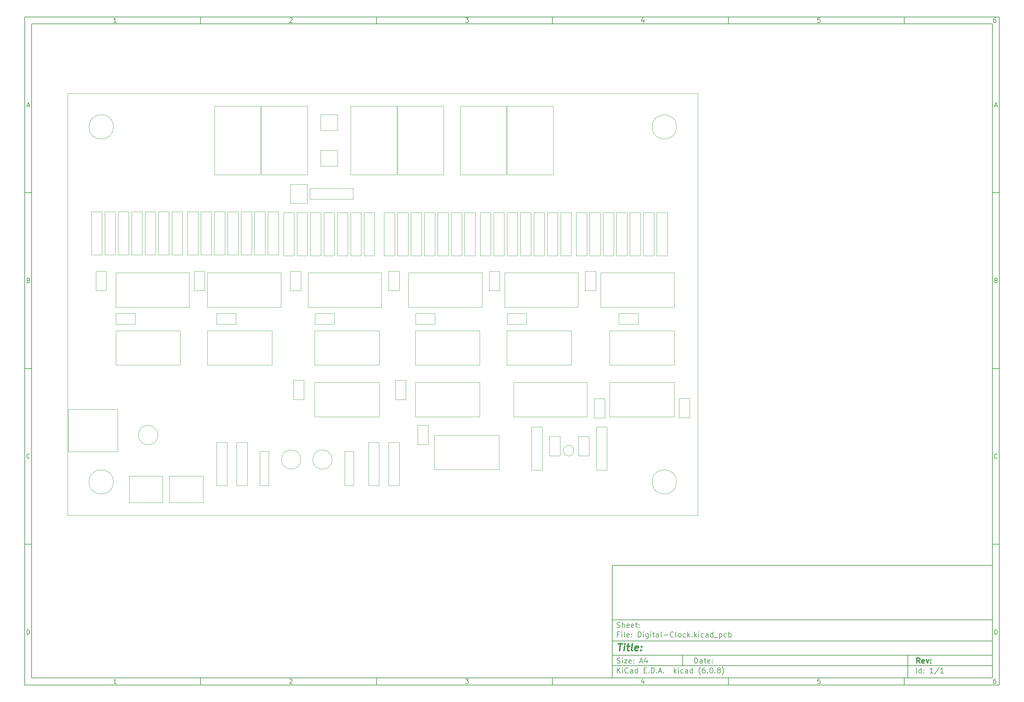
<source format=gbr>
G04 #@! TF.GenerationSoftware,KiCad,Pcbnew,(6.0.8)*
G04 #@! TF.CreationDate,2022-10-20T20:27:48+05:30*
G04 #@! TF.ProjectId,Digital-Clock,44696769-7461-46c2-9d43-6c6f636b2e6b,rev?*
G04 #@! TF.SameCoordinates,Original*
G04 #@! TF.FileFunction,Other,User*
%FSLAX46Y46*%
G04 Gerber Fmt 4.6, Leading zero omitted, Abs format (unit mm)*
G04 Created by KiCad (PCBNEW (6.0.8)) date 2022-10-20 20:27:48*
%MOMM*%
%LPD*%
G01*
G04 APERTURE LIST*
%ADD10C,0.100000*%
%ADD11C,0.150000*%
%ADD12C,0.300000*%
%ADD13C,0.400000*%
G04 #@! TA.AperFunction,Profile*
%ADD14C,0.050000*%
G04 #@! TD*
%ADD15C,0.050000*%
G04 APERTURE END LIST*
D10*
D11*
X177002200Y-166007200D02*
X177002200Y-198007200D01*
X285002200Y-198007200D01*
X285002200Y-166007200D01*
X177002200Y-166007200D01*
D10*
D11*
X10000000Y-10000000D02*
X10000000Y-200007200D01*
X287002200Y-200007200D01*
X287002200Y-10000000D01*
X10000000Y-10000000D01*
D10*
D11*
X12000000Y-12000000D02*
X12000000Y-198007200D01*
X285002200Y-198007200D01*
X285002200Y-12000000D01*
X12000000Y-12000000D01*
D10*
D11*
X60000000Y-12000000D02*
X60000000Y-10000000D01*
D10*
D11*
X110000000Y-12000000D02*
X110000000Y-10000000D01*
D10*
D11*
X160000000Y-12000000D02*
X160000000Y-10000000D01*
D10*
D11*
X210000000Y-12000000D02*
X210000000Y-10000000D01*
D10*
D11*
X260000000Y-12000000D02*
X260000000Y-10000000D01*
D10*
D11*
X36065476Y-11588095D02*
X35322619Y-11588095D01*
X35694047Y-11588095D02*
X35694047Y-10288095D01*
X35570238Y-10473809D01*
X35446428Y-10597619D01*
X35322619Y-10659523D01*
D10*
D11*
X85322619Y-10411904D02*
X85384523Y-10350000D01*
X85508333Y-10288095D01*
X85817857Y-10288095D01*
X85941666Y-10350000D01*
X86003571Y-10411904D01*
X86065476Y-10535714D01*
X86065476Y-10659523D01*
X86003571Y-10845238D01*
X85260714Y-11588095D01*
X86065476Y-11588095D01*
D10*
D11*
X135260714Y-10288095D02*
X136065476Y-10288095D01*
X135632142Y-10783333D01*
X135817857Y-10783333D01*
X135941666Y-10845238D01*
X136003571Y-10907142D01*
X136065476Y-11030952D01*
X136065476Y-11340476D01*
X136003571Y-11464285D01*
X135941666Y-11526190D01*
X135817857Y-11588095D01*
X135446428Y-11588095D01*
X135322619Y-11526190D01*
X135260714Y-11464285D01*
D10*
D11*
X185941666Y-10721428D02*
X185941666Y-11588095D01*
X185632142Y-10226190D02*
X185322619Y-11154761D01*
X186127380Y-11154761D01*
D10*
D11*
X236003571Y-10288095D02*
X235384523Y-10288095D01*
X235322619Y-10907142D01*
X235384523Y-10845238D01*
X235508333Y-10783333D01*
X235817857Y-10783333D01*
X235941666Y-10845238D01*
X236003571Y-10907142D01*
X236065476Y-11030952D01*
X236065476Y-11340476D01*
X236003571Y-11464285D01*
X235941666Y-11526190D01*
X235817857Y-11588095D01*
X235508333Y-11588095D01*
X235384523Y-11526190D01*
X235322619Y-11464285D01*
D10*
D11*
X285941666Y-10288095D02*
X285694047Y-10288095D01*
X285570238Y-10350000D01*
X285508333Y-10411904D01*
X285384523Y-10597619D01*
X285322619Y-10845238D01*
X285322619Y-11340476D01*
X285384523Y-11464285D01*
X285446428Y-11526190D01*
X285570238Y-11588095D01*
X285817857Y-11588095D01*
X285941666Y-11526190D01*
X286003571Y-11464285D01*
X286065476Y-11340476D01*
X286065476Y-11030952D01*
X286003571Y-10907142D01*
X285941666Y-10845238D01*
X285817857Y-10783333D01*
X285570238Y-10783333D01*
X285446428Y-10845238D01*
X285384523Y-10907142D01*
X285322619Y-11030952D01*
D10*
D11*
X60000000Y-198007200D02*
X60000000Y-200007200D01*
D10*
D11*
X110000000Y-198007200D02*
X110000000Y-200007200D01*
D10*
D11*
X160000000Y-198007200D02*
X160000000Y-200007200D01*
D10*
D11*
X210000000Y-198007200D02*
X210000000Y-200007200D01*
D10*
D11*
X260000000Y-198007200D02*
X260000000Y-200007200D01*
D10*
D11*
X36065476Y-199595295D02*
X35322619Y-199595295D01*
X35694047Y-199595295D02*
X35694047Y-198295295D01*
X35570238Y-198481009D01*
X35446428Y-198604819D01*
X35322619Y-198666723D01*
D10*
D11*
X85322619Y-198419104D02*
X85384523Y-198357200D01*
X85508333Y-198295295D01*
X85817857Y-198295295D01*
X85941666Y-198357200D01*
X86003571Y-198419104D01*
X86065476Y-198542914D01*
X86065476Y-198666723D01*
X86003571Y-198852438D01*
X85260714Y-199595295D01*
X86065476Y-199595295D01*
D10*
D11*
X135260714Y-198295295D02*
X136065476Y-198295295D01*
X135632142Y-198790533D01*
X135817857Y-198790533D01*
X135941666Y-198852438D01*
X136003571Y-198914342D01*
X136065476Y-199038152D01*
X136065476Y-199347676D01*
X136003571Y-199471485D01*
X135941666Y-199533390D01*
X135817857Y-199595295D01*
X135446428Y-199595295D01*
X135322619Y-199533390D01*
X135260714Y-199471485D01*
D10*
D11*
X185941666Y-198728628D02*
X185941666Y-199595295D01*
X185632142Y-198233390D02*
X185322619Y-199161961D01*
X186127380Y-199161961D01*
D10*
D11*
X236003571Y-198295295D02*
X235384523Y-198295295D01*
X235322619Y-198914342D01*
X235384523Y-198852438D01*
X235508333Y-198790533D01*
X235817857Y-198790533D01*
X235941666Y-198852438D01*
X236003571Y-198914342D01*
X236065476Y-199038152D01*
X236065476Y-199347676D01*
X236003571Y-199471485D01*
X235941666Y-199533390D01*
X235817857Y-199595295D01*
X235508333Y-199595295D01*
X235384523Y-199533390D01*
X235322619Y-199471485D01*
D10*
D11*
X285941666Y-198295295D02*
X285694047Y-198295295D01*
X285570238Y-198357200D01*
X285508333Y-198419104D01*
X285384523Y-198604819D01*
X285322619Y-198852438D01*
X285322619Y-199347676D01*
X285384523Y-199471485D01*
X285446428Y-199533390D01*
X285570238Y-199595295D01*
X285817857Y-199595295D01*
X285941666Y-199533390D01*
X286003571Y-199471485D01*
X286065476Y-199347676D01*
X286065476Y-199038152D01*
X286003571Y-198914342D01*
X285941666Y-198852438D01*
X285817857Y-198790533D01*
X285570238Y-198790533D01*
X285446428Y-198852438D01*
X285384523Y-198914342D01*
X285322619Y-199038152D01*
D10*
D11*
X10000000Y-60000000D02*
X12000000Y-60000000D01*
D10*
D11*
X10000000Y-110000000D02*
X12000000Y-110000000D01*
D10*
D11*
X10000000Y-160000000D02*
X12000000Y-160000000D01*
D10*
D11*
X10690476Y-35216666D02*
X11309523Y-35216666D01*
X10566666Y-35588095D02*
X11000000Y-34288095D01*
X11433333Y-35588095D01*
D10*
D11*
X11092857Y-84907142D02*
X11278571Y-84969047D01*
X11340476Y-85030952D01*
X11402380Y-85154761D01*
X11402380Y-85340476D01*
X11340476Y-85464285D01*
X11278571Y-85526190D01*
X11154761Y-85588095D01*
X10659523Y-85588095D01*
X10659523Y-84288095D01*
X11092857Y-84288095D01*
X11216666Y-84350000D01*
X11278571Y-84411904D01*
X11340476Y-84535714D01*
X11340476Y-84659523D01*
X11278571Y-84783333D01*
X11216666Y-84845238D01*
X11092857Y-84907142D01*
X10659523Y-84907142D01*
D10*
D11*
X11402380Y-135464285D02*
X11340476Y-135526190D01*
X11154761Y-135588095D01*
X11030952Y-135588095D01*
X10845238Y-135526190D01*
X10721428Y-135402380D01*
X10659523Y-135278571D01*
X10597619Y-135030952D01*
X10597619Y-134845238D01*
X10659523Y-134597619D01*
X10721428Y-134473809D01*
X10845238Y-134350000D01*
X11030952Y-134288095D01*
X11154761Y-134288095D01*
X11340476Y-134350000D01*
X11402380Y-134411904D01*
D10*
D11*
X10659523Y-185588095D02*
X10659523Y-184288095D01*
X10969047Y-184288095D01*
X11154761Y-184350000D01*
X11278571Y-184473809D01*
X11340476Y-184597619D01*
X11402380Y-184845238D01*
X11402380Y-185030952D01*
X11340476Y-185278571D01*
X11278571Y-185402380D01*
X11154761Y-185526190D01*
X10969047Y-185588095D01*
X10659523Y-185588095D01*
D10*
D11*
X287002200Y-60000000D02*
X285002200Y-60000000D01*
D10*
D11*
X287002200Y-110000000D02*
X285002200Y-110000000D01*
D10*
D11*
X287002200Y-160000000D02*
X285002200Y-160000000D01*
D10*
D11*
X285692676Y-35216666D02*
X286311723Y-35216666D01*
X285568866Y-35588095D02*
X286002200Y-34288095D01*
X286435533Y-35588095D01*
D10*
D11*
X286095057Y-84907142D02*
X286280771Y-84969047D01*
X286342676Y-85030952D01*
X286404580Y-85154761D01*
X286404580Y-85340476D01*
X286342676Y-85464285D01*
X286280771Y-85526190D01*
X286156961Y-85588095D01*
X285661723Y-85588095D01*
X285661723Y-84288095D01*
X286095057Y-84288095D01*
X286218866Y-84350000D01*
X286280771Y-84411904D01*
X286342676Y-84535714D01*
X286342676Y-84659523D01*
X286280771Y-84783333D01*
X286218866Y-84845238D01*
X286095057Y-84907142D01*
X285661723Y-84907142D01*
D10*
D11*
X286404580Y-135464285D02*
X286342676Y-135526190D01*
X286156961Y-135588095D01*
X286033152Y-135588095D01*
X285847438Y-135526190D01*
X285723628Y-135402380D01*
X285661723Y-135278571D01*
X285599819Y-135030952D01*
X285599819Y-134845238D01*
X285661723Y-134597619D01*
X285723628Y-134473809D01*
X285847438Y-134350000D01*
X286033152Y-134288095D01*
X286156961Y-134288095D01*
X286342676Y-134350000D01*
X286404580Y-134411904D01*
D10*
D11*
X285661723Y-185588095D02*
X285661723Y-184288095D01*
X285971247Y-184288095D01*
X286156961Y-184350000D01*
X286280771Y-184473809D01*
X286342676Y-184597619D01*
X286404580Y-184845238D01*
X286404580Y-185030952D01*
X286342676Y-185278571D01*
X286280771Y-185402380D01*
X286156961Y-185526190D01*
X285971247Y-185588095D01*
X285661723Y-185588095D01*
D10*
D11*
X200434342Y-193785771D02*
X200434342Y-192285771D01*
X200791485Y-192285771D01*
X201005771Y-192357200D01*
X201148628Y-192500057D01*
X201220057Y-192642914D01*
X201291485Y-192928628D01*
X201291485Y-193142914D01*
X201220057Y-193428628D01*
X201148628Y-193571485D01*
X201005771Y-193714342D01*
X200791485Y-193785771D01*
X200434342Y-193785771D01*
X202577200Y-193785771D02*
X202577200Y-193000057D01*
X202505771Y-192857200D01*
X202362914Y-192785771D01*
X202077200Y-192785771D01*
X201934342Y-192857200D01*
X202577200Y-193714342D02*
X202434342Y-193785771D01*
X202077200Y-193785771D01*
X201934342Y-193714342D01*
X201862914Y-193571485D01*
X201862914Y-193428628D01*
X201934342Y-193285771D01*
X202077200Y-193214342D01*
X202434342Y-193214342D01*
X202577200Y-193142914D01*
X203077200Y-192785771D02*
X203648628Y-192785771D01*
X203291485Y-192285771D02*
X203291485Y-193571485D01*
X203362914Y-193714342D01*
X203505771Y-193785771D01*
X203648628Y-193785771D01*
X204720057Y-193714342D02*
X204577200Y-193785771D01*
X204291485Y-193785771D01*
X204148628Y-193714342D01*
X204077200Y-193571485D01*
X204077200Y-193000057D01*
X204148628Y-192857200D01*
X204291485Y-192785771D01*
X204577200Y-192785771D01*
X204720057Y-192857200D01*
X204791485Y-193000057D01*
X204791485Y-193142914D01*
X204077200Y-193285771D01*
X205434342Y-193642914D02*
X205505771Y-193714342D01*
X205434342Y-193785771D01*
X205362914Y-193714342D01*
X205434342Y-193642914D01*
X205434342Y-193785771D01*
X205434342Y-192857200D02*
X205505771Y-192928628D01*
X205434342Y-193000057D01*
X205362914Y-192928628D01*
X205434342Y-192857200D01*
X205434342Y-193000057D01*
D10*
D11*
X177002200Y-194507200D02*
X285002200Y-194507200D01*
D10*
D11*
X178434342Y-196585771D02*
X178434342Y-195085771D01*
X179291485Y-196585771D02*
X178648628Y-195728628D01*
X179291485Y-195085771D02*
X178434342Y-195942914D01*
X179934342Y-196585771D02*
X179934342Y-195585771D01*
X179934342Y-195085771D02*
X179862914Y-195157200D01*
X179934342Y-195228628D01*
X180005771Y-195157200D01*
X179934342Y-195085771D01*
X179934342Y-195228628D01*
X181505771Y-196442914D02*
X181434342Y-196514342D01*
X181220057Y-196585771D01*
X181077200Y-196585771D01*
X180862914Y-196514342D01*
X180720057Y-196371485D01*
X180648628Y-196228628D01*
X180577200Y-195942914D01*
X180577200Y-195728628D01*
X180648628Y-195442914D01*
X180720057Y-195300057D01*
X180862914Y-195157200D01*
X181077200Y-195085771D01*
X181220057Y-195085771D01*
X181434342Y-195157200D01*
X181505771Y-195228628D01*
X182791485Y-196585771D02*
X182791485Y-195800057D01*
X182720057Y-195657200D01*
X182577200Y-195585771D01*
X182291485Y-195585771D01*
X182148628Y-195657200D01*
X182791485Y-196514342D02*
X182648628Y-196585771D01*
X182291485Y-196585771D01*
X182148628Y-196514342D01*
X182077200Y-196371485D01*
X182077200Y-196228628D01*
X182148628Y-196085771D01*
X182291485Y-196014342D01*
X182648628Y-196014342D01*
X182791485Y-195942914D01*
X184148628Y-196585771D02*
X184148628Y-195085771D01*
X184148628Y-196514342D02*
X184005771Y-196585771D01*
X183720057Y-196585771D01*
X183577200Y-196514342D01*
X183505771Y-196442914D01*
X183434342Y-196300057D01*
X183434342Y-195871485D01*
X183505771Y-195728628D01*
X183577200Y-195657200D01*
X183720057Y-195585771D01*
X184005771Y-195585771D01*
X184148628Y-195657200D01*
X186005771Y-195800057D02*
X186505771Y-195800057D01*
X186720057Y-196585771D02*
X186005771Y-196585771D01*
X186005771Y-195085771D01*
X186720057Y-195085771D01*
X187362914Y-196442914D02*
X187434342Y-196514342D01*
X187362914Y-196585771D01*
X187291485Y-196514342D01*
X187362914Y-196442914D01*
X187362914Y-196585771D01*
X188077200Y-196585771D02*
X188077200Y-195085771D01*
X188434342Y-195085771D01*
X188648628Y-195157200D01*
X188791485Y-195300057D01*
X188862914Y-195442914D01*
X188934342Y-195728628D01*
X188934342Y-195942914D01*
X188862914Y-196228628D01*
X188791485Y-196371485D01*
X188648628Y-196514342D01*
X188434342Y-196585771D01*
X188077200Y-196585771D01*
X189577200Y-196442914D02*
X189648628Y-196514342D01*
X189577200Y-196585771D01*
X189505771Y-196514342D01*
X189577200Y-196442914D01*
X189577200Y-196585771D01*
X190220057Y-196157200D02*
X190934342Y-196157200D01*
X190077200Y-196585771D02*
X190577200Y-195085771D01*
X191077200Y-196585771D01*
X191577200Y-196442914D02*
X191648628Y-196514342D01*
X191577200Y-196585771D01*
X191505771Y-196514342D01*
X191577200Y-196442914D01*
X191577200Y-196585771D01*
X194577200Y-196585771D02*
X194577200Y-195085771D01*
X194720057Y-196014342D02*
X195148628Y-196585771D01*
X195148628Y-195585771D02*
X194577200Y-196157200D01*
X195791485Y-196585771D02*
X195791485Y-195585771D01*
X195791485Y-195085771D02*
X195720057Y-195157200D01*
X195791485Y-195228628D01*
X195862914Y-195157200D01*
X195791485Y-195085771D01*
X195791485Y-195228628D01*
X197148628Y-196514342D02*
X197005771Y-196585771D01*
X196720057Y-196585771D01*
X196577200Y-196514342D01*
X196505771Y-196442914D01*
X196434342Y-196300057D01*
X196434342Y-195871485D01*
X196505771Y-195728628D01*
X196577200Y-195657200D01*
X196720057Y-195585771D01*
X197005771Y-195585771D01*
X197148628Y-195657200D01*
X198434342Y-196585771D02*
X198434342Y-195800057D01*
X198362914Y-195657200D01*
X198220057Y-195585771D01*
X197934342Y-195585771D01*
X197791485Y-195657200D01*
X198434342Y-196514342D02*
X198291485Y-196585771D01*
X197934342Y-196585771D01*
X197791485Y-196514342D01*
X197720057Y-196371485D01*
X197720057Y-196228628D01*
X197791485Y-196085771D01*
X197934342Y-196014342D01*
X198291485Y-196014342D01*
X198434342Y-195942914D01*
X199791485Y-196585771D02*
X199791485Y-195085771D01*
X199791485Y-196514342D02*
X199648628Y-196585771D01*
X199362914Y-196585771D01*
X199220057Y-196514342D01*
X199148628Y-196442914D01*
X199077200Y-196300057D01*
X199077200Y-195871485D01*
X199148628Y-195728628D01*
X199220057Y-195657200D01*
X199362914Y-195585771D01*
X199648628Y-195585771D01*
X199791485Y-195657200D01*
X202077200Y-197157200D02*
X202005771Y-197085771D01*
X201862914Y-196871485D01*
X201791485Y-196728628D01*
X201720057Y-196514342D01*
X201648628Y-196157200D01*
X201648628Y-195871485D01*
X201720057Y-195514342D01*
X201791485Y-195300057D01*
X201862914Y-195157200D01*
X202005771Y-194942914D01*
X202077200Y-194871485D01*
X203291485Y-195085771D02*
X203005771Y-195085771D01*
X202862914Y-195157200D01*
X202791485Y-195228628D01*
X202648628Y-195442914D01*
X202577200Y-195728628D01*
X202577200Y-196300057D01*
X202648628Y-196442914D01*
X202720057Y-196514342D01*
X202862914Y-196585771D01*
X203148628Y-196585771D01*
X203291485Y-196514342D01*
X203362914Y-196442914D01*
X203434342Y-196300057D01*
X203434342Y-195942914D01*
X203362914Y-195800057D01*
X203291485Y-195728628D01*
X203148628Y-195657200D01*
X202862914Y-195657200D01*
X202720057Y-195728628D01*
X202648628Y-195800057D01*
X202577200Y-195942914D01*
X204077200Y-196442914D02*
X204148628Y-196514342D01*
X204077200Y-196585771D01*
X204005771Y-196514342D01*
X204077200Y-196442914D01*
X204077200Y-196585771D01*
X205077200Y-195085771D02*
X205220057Y-195085771D01*
X205362914Y-195157200D01*
X205434342Y-195228628D01*
X205505771Y-195371485D01*
X205577200Y-195657200D01*
X205577200Y-196014342D01*
X205505771Y-196300057D01*
X205434342Y-196442914D01*
X205362914Y-196514342D01*
X205220057Y-196585771D01*
X205077200Y-196585771D01*
X204934342Y-196514342D01*
X204862914Y-196442914D01*
X204791485Y-196300057D01*
X204720057Y-196014342D01*
X204720057Y-195657200D01*
X204791485Y-195371485D01*
X204862914Y-195228628D01*
X204934342Y-195157200D01*
X205077200Y-195085771D01*
X206220057Y-196442914D02*
X206291485Y-196514342D01*
X206220057Y-196585771D01*
X206148628Y-196514342D01*
X206220057Y-196442914D01*
X206220057Y-196585771D01*
X207148628Y-195728628D02*
X207005771Y-195657200D01*
X206934342Y-195585771D01*
X206862914Y-195442914D01*
X206862914Y-195371485D01*
X206934342Y-195228628D01*
X207005771Y-195157200D01*
X207148628Y-195085771D01*
X207434342Y-195085771D01*
X207577200Y-195157200D01*
X207648628Y-195228628D01*
X207720057Y-195371485D01*
X207720057Y-195442914D01*
X207648628Y-195585771D01*
X207577200Y-195657200D01*
X207434342Y-195728628D01*
X207148628Y-195728628D01*
X207005771Y-195800057D01*
X206934342Y-195871485D01*
X206862914Y-196014342D01*
X206862914Y-196300057D01*
X206934342Y-196442914D01*
X207005771Y-196514342D01*
X207148628Y-196585771D01*
X207434342Y-196585771D01*
X207577200Y-196514342D01*
X207648628Y-196442914D01*
X207720057Y-196300057D01*
X207720057Y-196014342D01*
X207648628Y-195871485D01*
X207577200Y-195800057D01*
X207434342Y-195728628D01*
X208220057Y-197157200D02*
X208291485Y-197085771D01*
X208434342Y-196871485D01*
X208505771Y-196728628D01*
X208577200Y-196514342D01*
X208648628Y-196157200D01*
X208648628Y-195871485D01*
X208577200Y-195514342D01*
X208505771Y-195300057D01*
X208434342Y-195157200D01*
X208291485Y-194942914D01*
X208220057Y-194871485D01*
D10*
D11*
X177002200Y-191507200D02*
X285002200Y-191507200D01*
D10*
D12*
X264411485Y-193785771D02*
X263911485Y-193071485D01*
X263554342Y-193785771D02*
X263554342Y-192285771D01*
X264125771Y-192285771D01*
X264268628Y-192357200D01*
X264340057Y-192428628D01*
X264411485Y-192571485D01*
X264411485Y-192785771D01*
X264340057Y-192928628D01*
X264268628Y-193000057D01*
X264125771Y-193071485D01*
X263554342Y-193071485D01*
X265625771Y-193714342D02*
X265482914Y-193785771D01*
X265197200Y-193785771D01*
X265054342Y-193714342D01*
X264982914Y-193571485D01*
X264982914Y-193000057D01*
X265054342Y-192857200D01*
X265197200Y-192785771D01*
X265482914Y-192785771D01*
X265625771Y-192857200D01*
X265697200Y-193000057D01*
X265697200Y-193142914D01*
X264982914Y-193285771D01*
X266197200Y-192785771D02*
X266554342Y-193785771D01*
X266911485Y-192785771D01*
X267482914Y-193642914D02*
X267554342Y-193714342D01*
X267482914Y-193785771D01*
X267411485Y-193714342D01*
X267482914Y-193642914D01*
X267482914Y-193785771D01*
X267482914Y-192857200D02*
X267554342Y-192928628D01*
X267482914Y-193000057D01*
X267411485Y-192928628D01*
X267482914Y-192857200D01*
X267482914Y-193000057D01*
D10*
D11*
X178362914Y-193714342D02*
X178577200Y-193785771D01*
X178934342Y-193785771D01*
X179077200Y-193714342D01*
X179148628Y-193642914D01*
X179220057Y-193500057D01*
X179220057Y-193357200D01*
X179148628Y-193214342D01*
X179077200Y-193142914D01*
X178934342Y-193071485D01*
X178648628Y-193000057D01*
X178505771Y-192928628D01*
X178434342Y-192857200D01*
X178362914Y-192714342D01*
X178362914Y-192571485D01*
X178434342Y-192428628D01*
X178505771Y-192357200D01*
X178648628Y-192285771D01*
X179005771Y-192285771D01*
X179220057Y-192357200D01*
X179862914Y-193785771D02*
X179862914Y-192785771D01*
X179862914Y-192285771D02*
X179791485Y-192357200D01*
X179862914Y-192428628D01*
X179934342Y-192357200D01*
X179862914Y-192285771D01*
X179862914Y-192428628D01*
X180434342Y-192785771D02*
X181220057Y-192785771D01*
X180434342Y-193785771D01*
X181220057Y-193785771D01*
X182362914Y-193714342D02*
X182220057Y-193785771D01*
X181934342Y-193785771D01*
X181791485Y-193714342D01*
X181720057Y-193571485D01*
X181720057Y-193000057D01*
X181791485Y-192857200D01*
X181934342Y-192785771D01*
X182220057Y-192785771D01*
X182362914Y-192857200D01*
X182434342Y-193000057D01*
X182434342Y-193142914D01*
X181720057Y-193285771D01*
X183077200Y-193642914D02*
X183148628Y-193714342D01*
X183077200Y-193785771D01*
X183005771Y-193714342D01*
X183077200Y-193642914D01*
X183077200Y-193785771D01*
X183077200Y-192857200D02*
X183148628Y-192928628D01*
X183077200Y-193000057D01*
X183005771Y-192928628D01*
X183077200Y-192857200D01*
X183077200Y-193000057D01*
X184862914Y-193357200D02*
X185577200Y-193357200D01*
X184720057Y-193785771D02*
X185220057Y-192285771D01*
X185720057Y-193785771D01*
X186862914Y-192785771D02*
X186862914Y-193785771D01*
X186505771Y-192214342D02*
X186148628Y-193285771D01*
X187077200Y-193285771D01*
D10*
D11*
X263434342Y-196585771D02*
X263434342Y-195085771D01*
X264791485Y-196585771D02*
X264791485Y-195085771D01*
X264791485Y-196514342D02*
X264648628Y-196585771D01*
X264362914Y-196585771D01*
X264220057Y-196514342D01*
X264148628Y-196442914D01*
X264077200Y-196300057D01*
X264077200Y-195871485D01*
X264148628Y-195728628D01*
X264220057Y-195657200D01*
X264362914Y-195585771D01*
X264648628Y-195585771D01*
X264791485Y-195657200D01*
X265505771Y-196442914D02*
X265577200Y-196514342D01*
X265505771Y-196585771D01*
X265434342Y-196514342D01*
X265505771Y-196442914D01*
X265505771Y-196585771D01*
X265505771Y-195657200D02*
X265577200Y-195728628D01*
X265505771Y-195800057D01*
X265434342Y-195728628D01*
X265505771Y-195657200D01*
X265505771Y-195800057D01*
X268148628Y-196585771D02*
X267291485Y-196585771D01*
X267720057Y-196585771D02*
X267720057Y-195085771D01*
X267577200Y-195300057D01*
X267434342Y-195442914D01*
X267291485Y-195514342D01*
X269862914Y-195014342D02*
X268577200Y-196942914D01*
X271148628Y-196585771D02*
X270291485Y-196585771D01*
X270720057Y-196585771D02*
X270720057Y-195085771D01*
X270577200Y-195300057D01*
X270434342Y-195442914D01*
X270291485Y-195514342D01*
D10*
D11*
X177002200Y-187507200D02*
X285002200Y-187507200D01*
D10*
D13*
X178714580Y-188211961D02*
X179857438Y-188211961D01*
X179036009Y-190211961D02*
X179286009Y-188211961D01*
X180274104Y-190211961D02*
X180440771Y-188878628D01*
X180524104Y-188211961D02*
X180416961Y-188307200D01*
X180500295Y-188402438D01*
X180607438Y-188307200D01*
X180524104Y-188211961D01*
X180500295Y-188402438D01*
X181107438Y-188878628D02*
X181869342Y-188878628D01*
X181476485Y-188211961D02*
X181262200Y-189926247D01*
X181333628Y-190116723D01*
X181512200Y-190211961D01*
X181702676Y-190211961D01*
X182655057Y-190211961D02*
X182476485Y-190116723D01*
X182405057Y-189926247D01*
X182619342Y-188211961D01*
X184190771Y-190116723D02*
X183988390Y-190211961D01*
X183607438Y-190211961D01*
X183428866Y-190116723D01*
X183357438Y-189926247D01*
X183452676Y-189164342D01*
X183571723Y-188973866D01*
X183774104Y-188878628D01*
X184155057Y-188878628D01*
X184333628Y-188973866D01*
X184405057Y-189164342D01*
X184381247Y-189354819D01*
X183405057Y-189545295D01*
X185155057Y-190021485D02*
X185238390Y-190116723D01*
X185131247Y-190211961D01*
X185047914Y-190116723D01*
X185155057Y-190021485D01*
X185131247Y-190211961D01*
X185286009Y-188973866D02*
X185369342Y-189069104D01*
X185262200Y-189164342D01*
X185178866Y-189069104D01*
X185286009Y-188973866D01*
X185262200Y-189164342D01*
D10*
D11*
X178934342Y-185600057D02*
X178434342Y-185600057D01*
X178434342Y-186385771D02*
X178434342Y-184885771D01*
X179148628Y-184885771D01*
X179720057Y-186385771D02*
X179720057Y-185385771D01*
X179720057Y-184885771D02*
X179648628Y-184957200D01*
X179720057Y-185028628D01*
X179791485Y-184957200D01*
X179720057Y-184885771D01*
X179720057Y-185028628D01*
X180648628Y-186385771D02*
X180505771Y-186314342D01*
X180434342Y-186171485D01*
X180434342Y-184885771D01*
X181791485Y-186314342D02*
X181648628Y-186385771D01*
X181362914Y-186385771D01*
X181220057Y-186314342D01*
X181148628Y-186171485D01*
X181148628Y-185600057D01*
X181220057Y-185457200D01*
X181362914Y-185385771D01*
X181648628Y-185385771D01*
X181791485Y-185457200D01*
X181862914Y-185600057D01*
X181862914Y-185742914D01*
X181148628Y-185885771D01*
X182505771Y-186242914D02*
X182577200Y-186314342D01*
X182505771Y-186385771D01*
X182434342Y-186314342D01*
X182505771Y-186242914D01*
X182505771Y-186385771D01*
X182505771Y-185457200D02*
X182577200Y-185528628D01*
X182505771Y-185600057D01*
X182434342Y-185528628D01*
X182505771Y-185457200D01*
X182505771Y-185600057D01*
X184362914Y-186385771D02*
X184362914Y-184885771D01*
X184720057Y-184885771D01*
X184934342Y-184957200D01*
X185077200Y-185100057D01*
X185148628Y-185242914D01*
X185220057Y-185528628D01*
X185220057Y-185742914D01*
X185148628Y-186028628D01*
X185077200Y-186171485D01*
X184934342Y-186314342D01*
X184720057Y-186385771D01*
X184362914Y-186385771D01*
X185862914Y-186385771D02*
X185862914Y-185385771D01*
X185862914Y-184885771D02*
X185791485Y-184957200D01*
X185862914Y-185028628D01*
X185934342Y-184957200D01*
X185862914Y-184885771D01*
X185862914Y-185028628D01*
X187220057Y-185385771D02*
X187220057Y-186600057D01*
X187148628Y-186742914D01*
X187077200Y-186814342D01*
X186934342Y-186885771D01*
X186720057Y-186885771D01*
X186577200Y-186814342D01*
X187220057Y-186314342D02*
X187077200Y-186385771D01*
X186791485Y-186385771D01*
X186648628Y-186314342D01*
X186577200Y-186242914D01*
X186505771Y-186100057D01*
X186505771Y-185671485D01*
X186577200Y-185528628D01*
X186648628Y-185457200D01*
X186791485Y-185385771D01*
X187077200Y-185385771D01*
X187220057Y-185457200D01*
X187934342Y-186385771D02*
X187934342Y-185385771D01*
X187934342Y-184885771D02*
X187862914Y-184957200D01*
X187934342Y-185028628D01*
X188005771Y-184957200D01*
X187934342Y-184885771D01*
X187934342Y-185028628D01*
X188434342Y-185385771D02*
X189005771Y-185385771D01*
X188648628Y-184885771D02*
X188648628Y-186171485D01*
X188720057Y-186314342D01*
X188862914Y-186385771D01*
X189005771Y-186385771D01*
X190148628Y-186385771D02*
X190148628Y-185600057D01*
X190077200Y-185457200D01*
X189934342Y-185385771D01*
X189648628Y-185385771D01*
X189505771Y-185457200D01*
X190148628Y-186314342D02*
X190005771Y-186385771D01*
X189648628Y-186385771D01*
X189505771Y-186314342D01*
X189434342Y-186171485D01*
X189434342Y-186028628D01*
X189505771Y-185885771D01*
X189648628Y-185814342D01*
X190005771Y-185814342D01*
X190148628Y-185742914D01*
X191077200Y-186385771D02*
X190934342Y-186314342D01*
X190862914Y-186171485D01*
X190862914Y-184885771D01*
X191648628Y-185814342D02*
X192791485Y-185814342D01*
X194362914Y-186242914D02*
X194291485Y-186314342D01*
X194077200Y-186385771D01*
X193934342Y-186385771D01*
X193720057Y-186314342D01*
X193577200Y-186171485D01*
X193505771Y-186028628D01*
X193434342Y-185742914D01*
X193434342Y-185528628D01*
X193505771Y-185242914D01*
X193577200Y-185100057D01*
X193720057Y-184957200D01*
X193934342Y-184885771D01*
X194077200Y-184885771D01*
X194291485Y-184957200D01*
X194362914Y-185028628D01*
X195220057Y-186385771D02*
X195077200Y-186314342D01*
X195005771Y-186171485D01*
X195005771Y-184885771D01*
X196005771Y-186385771D02*
X195862914Y-186314342D01*
X195791485Y-186242914D01*
X195720057Y-186100057D01*
X195720057Y-185671485D01*
X195791485Y-185528628D01*
X195862914Y-185457200D01*
X196005771Y-185385771D01*
X196220057Y-185385771D01*
X196362914Y-185457200D01*
X196434342Y-185528628D01*
X196505771Y-185671485D01*
X196505771Y-186100057D01*
X196434342Y-186242914D01*
X196362914Y-186314342D01*
X196220057Y-186385771D01*
X196005771Y-186385771D01*
X197791485Y-186314342D02*
X197648628Y-186385771D01*
X197362914Y-186385771D01*
X197220057Y-186314342D01*
X197148628Y-186242914D01*
X197077200Y-186100057D01*
X197077200Y-185671485D01*
X197148628Y-185528628D01*
X197220057Y-185457200D01*
X197362914Y-185385771D01*
X197648628Y-185385771D01*
X197791485Y-185457200D01*
X198434342Y-186385771D02*
X198434342Y-184885771D01*
X198577200Y-185814342D02*
X199005771Y-186385771D01*
X199005771Y-185385771D02*
X198434342Y-185957200D01*
X199648628Y-186242914D02*
X199720057Y-186314342D01*
X199648628Y-186385771D01*
X199577200Y-186314342D01*
X199648628Y-186242914D01*
X199648628Y-186385771D01*
X200362914Y-186385771D02*
X200362914Y-184885771D01*
X200505771Y-185814342D02*
X200934342Y-186385771D01*
X200934342Y-185385771D02*
X200362914Y-185957200D01*
X201577200Y-186385771D02*
X201577200Y-185385771D01*
X201577200Y-184885771D02*
X201505771Y-184957200D01*
X201577200Y-185028628D01*
X201648628Y-184957200D01*
X201577200Y-184885771D01*
X201577200Y-185028628D01*
X202934342Y-186314342D02*
X202791485Y-186385771D01*
X202505771Y-186385771D01*
X202362914Y-186314342D01*
X202291485Y-186242914D01*
X202220057Y-186100057D01*
X202220057Y-185671485D01*
X202291485Y-185528628D01*
X202362914Y-185457200D01*
X202505771Y-185385771D01*
X202791485Y-185385771D01*
X202934342Y-185457200D01*
X204220057Y-186385771D02*
X204220057Y-185600057D01*
X204148628Y-185457200D01*
X204005771Y-185385771D01*
X203720057Y-185385771D01*
X203577200Y-185457200D01*
X204220057Y-186314342D02*
X204077200Y-186385771D01*
X203720057Y-186385771D01*
X203577200Y-186314342D01*
X203505771Y-186171485D01*
X203505771Y-186028628D01*
X203577200Y-185885771D01*
X203720057Y-185814342D01*
X204077200Y-185814342D01*
X204220057Y-185742914D01*
X205577200Y-186385771D02*
X205577200Y-184885771D01*
X205577200Y-186314342D02*
X205434342Y-186385771D01*
X205148628Y-186385771D01*
X205005771Y-186314342D01*
X204934342Y-186242914D01*
X204862914Y-186100057D01*
X204862914Y-185671485D01*
X204934342Y-185528628D01*
X205005771Y-185457200D01*
X205148628Y-185385771D01*
X205434342Y-185385771D01*
X205577200Y-185457200D01*
X205934342Y-186528628D02*
X207077200Y-186528628D01*
X207434342Y-185385771D02*
X207434342Y-186885771D01*
X207434342Y-185457200D02*
X207577200Y-185385771D01*
X207862914Y-185385771D01*
X208005771Y-185457200D01*
X208077200Y-185528628D01*
X208148628Y-185671485D01*
X208148628Y-186100057D01*
X208077200Y-186242914D01*
X208005771Y-186314342D01*
X207862914Y-186385771D01*
X207577200Y-186385771D01*
X207434342Y-186314342D01*
X209434342Y-186314342D02*
X209291485Y-186385771D01*
X209005771Y-186385771D01*
X208862914Y-186314342D01*
X208791485Y-186242914D01*
X208720057Y-186100057D01*
X208720057Y-185671485D01*
X208791485Y-185528628D01*
X208862914Y-185457200D01*
X209005771Y-185385771D01*
X209291485Y-185385771D01*
X209434342Y-185457200D01*
X210077200Y-186385771D02*
X210077200Y-184885771D01*
X210077200Y-185457200D02*
X210220057Y-185385771D01*
X210505771Y-185385771D01*
X210648628Y-185457200D01*
X210720057Y-185528628D01*
X210791485Y-185671485D01*
X210791485Y-186100057D01*
X210720057Y-186242914D01*
X210648628Y-186314342D01*
X210505771Y-186385771D01*
X210220057Y-186385771D01*
X210077200Y-186314342D01*
D10*
D11*
X177002200Y-181507200D02*
X285002200Y-181507200D01*
D10*
D11*
X178362914Y-183614342D02*
X178577200Y-183685771D01*
X178934342Y-183685771D01*
X179077200Y-183614342D01*
X179148628Y-183542914D01*
X179220057Y-183400057D01*
X179220057Y-183257200D01*
X179148628Y-183114342D01*
X179077200Y-183042914D01*
X178934342Y-182971485D01*
X178648628Y-182900057D01*
X178505771Y-182828628D01*
X178434342Y-182757200D01*
X178362914Y-182614342D01*
X178362914Y-182471485D01*
X178434342Y-182328628D01*
X178505771Y-182257200D01*
X178648628Y-182185771D01*
X179005771Y-182185771D01*
X179220057Y-182257200D01*
X179862914Y-183685771D02*
X179862914Y-182185771D01*
X180505771Y-183685771D02*
X180505771Y-182900057D01*
X180434342Y-182757200D01*
X180291485Y-182685771D01*
X180077200Y-182685771D01*
X179934342Y-182757200D01*
X179862914Y-182828628D01*
X181791485Y-183614342D02*
X181648628Y-183685771D01*
X181362914Y-183685771D01*
X181220057Y-183614342D01*
X181148628Y-183471485D01*
X181148628Y-182900057D01*
X181220057Y-182757200D01*
X181362914Y-182685771D01*
X181648628Y-182685771D01*
X181791485Y-182757200D01*
X181862914Y-182900057D01*
X181862914Y-183042914D01*
X181148628Y-183185771D01*
X183077200Y-183614342D02*
X182934342Y-183685771D01*
X182648628Y-183685771D01*
X182505771Y-183614342D01*
X182434342Y-183471485D01*
X182434342Y-182900057D01*
X182505771Y-182757200D01*
X182648628Y-182685771D01*
X182934342Y-182685771D01*
X183077200Y-182757200D01*
X183148628Y-182900057D01*
X183148628Y-183042914D01*
X182434342Y-183185771D01*
X183577200Y-182685771D02*
X184148628Y-182685771D01*
X183791485Y-182185771D02*
X183791485Y-183471485D01*
X183862914Y-183614342D01*
X184005771Y-183685771D01*
X184148628Y-183685771D01*
X184648628Y-183542914D02*
X184720057Y-183614342D01*
X184648628Y-183685771D01*
X184577200Y-183614342D01*
X184648628Y-183542914D01*
X184648628Y-183685771D01*
X184648628Y-182757200D02*
X184720057Y-182828628D01*
X184648628Y-182900057D01*
X184577200Y-182828628D01*
X184648628Y-182757200D01*
X184648628Y-182900057D01*
D10*
D12*
D10*
D11*
D10*
D11*
D10*
D11*
D10*
D11*
D10*
D11*
X197002200Y-191507200D02*
X197002200Y-194507200D01*
D10*
D11*
X261002200Y-191507200D02*
X261002200Y-198007200D01*
D14*
X22225000Y-33655000D02*
X22225000Y-133350000D01*
X22225000Y-151765000D02*
X201295000Y-151765000D01*
X22225000Y-31750000D02*
X22225000Y-33655000D01*
X201295000Y-41910000D02*
X201295000Y-31750000D01*
X22225000Y-133350000D02*
X22225000Y-151765000D01*
X201295000Y-31750000D02*
X22225000Y-31750000D01*
X201295000Y-151765000D02*
X201295000Y-41910000D01*
D15*
X147120000Y-54865000D02*
X147120000Y-35305000D01*
X147120000Y-35305000D02*
X160220000Y-35305000D01*
X160220000Y-54865000D02*
X160220000Y-35305000D01*
X147120000Y-54865000D02*
X160220000Y-54865000D01*
X133785000Y-54865000D02*
X133785000Y-35305000D01*
X133785000Y-54865000D02*
X146885000Y-54865000D01*
X133785000Y-35305000D02*
X146885000Y-35305000D01*
X146885000Y-54865000D02*
X146885000Y-35305000D01*
X116005000Y-54865000D02*
X116005000Y-35305000D01*
X116005000Y-54865000D02*
X129105000Y-54865000D01*
X116005000Y-35305000D02*
X129105000Y-35305000D01*
X129105000Y-54865000D02*
X129105000Y-35305000D01*
X102670000Y-35305000D02*
X115770000Y-35305000D01*
X115770000Y-54865000D02*
X115770000Y-35305000D01*
X102670000Y-54865000D02*
X102670000Y-35305000D01*
X102670000Y-54865000D02*
X115770000Y-54865000D01*
X97365000Y-135870000D02*
G75*
G03*
X97365000Y-135870000I-2750000J0D01*
G01*
X88475000Y-135870000D02*
G75*
G03*
X88475000Y-135870000I-2750000J0D01*
G01*
X103485000Y-143290000D02*
X103485000Y-133570000D01*
X100985000Y-143290000D02*
X103485000Y-143290000D01*
X103485000Y-133570000D02*
X100985000Y-133570000D01*
X100985000Y-133570000D02*
X100985000Y-143290000D01*
X76855000Y-133570000D02*
X76855000Y-143290000D01*
X79355000Y-133570000D02*
X76855000Y-133570000D01*
X76855000Y-143290000D02*
X79355000Y-143290000D01*
X79355000Y-143290000D02*
X79355000Y-133570000D01*
X94100000Y-37755000D02*
X94100000Y-42255000D01*
X98950000Y-37755000D02*
X94100000Y-37755000D01*
X94100000Y-42255000D02*
X98950000Y-42255000D01*
X98950000Y-42255000D02*
X98950000Y-37755000D01*
X98940000Y-52415000D02*
X98940000Y-47915000D01*
X98940000Y-47915000D02*
X94090000Y-47915000D01*
X94090000Y-47915000D02*
X94090000Y-52415000D01*
X94090000Y-52415000D02*
X98940000Y-52415000D01*
X175490000Y-138845000D02*
X175490000Y-126585000D01*
X172490000Y-138845000D02*
X175490000Y-138845000D01*
X175490000Y-126585000D02*
X172490000Y-126585000D01*
X172490000Y-126585000D02*
X172490000Y-138845000D01*
X154075000Y-138845000D02*
X157075000Y-138845000D01*
X157075000Y-138845000D02*
X157075000Y-126585000D01*
X157075000Y-126585000D02*
X154075000Y-126585000D01*
X154075000Y-126585000D02*
X154075000Y-138845000D01*
X113435000Y-131030000D02*
X113435000Y-143290000D01*
X113435000Y-143290000D02*
X116435000Y-143290000D01*
X116435000Y-143290000D02*
X116435000Y-131030000D01*
X116435000Y-131030000D02*
X113435000Y-131030000D01*
X110720000Y-131030000D02*
X107720000Y-131030000D01*
X107720000Y-143290000D02*
X110720000Y-143290000D01*
X110720000Y-143290000D02*
X110720000Y-131030000D01*
X107720000Y-131030000D02*
X107720000Y-143290000D01*
X73255000Y-143290000D02*
X73255000Y-131030000D01*
X70255000Y-143290000D02*
X73255000Y-143290000D01*
X73255000Y-131030000D02*
X70255000Y-131030000D01*
X70255000Y-131030000D02*
X70255000Y-143290000D01*
X64540000Y-131030000D02*
X64540000Y-143290000D01*
X67540000Y-131030000D02*
X64540000Y-131030000D01*
X64540000Y-143290000D02*
X67540000Y-143290000D01*
X67540000Y-143290000D02*
X67540000Y-131030000D01*
X177395000Y-65625000D02*
X174395000Y-65625000D01*
X174395000Y-65625000D02*
X174395000Y-77885000D01*
X174395000Y-77885000D02*
X177395000Y-77885000D01*
X177395000Y-77885000D02*
X177395000Y-65625000D01*
X181205000Y-77885000D02*
X181205000Y-65625000D01*
X178205000Y-65625000D02*
X178205000Y-77885000D01*
X181205000Y-65625000D02*
X178205000Y-65625000D01*
X178205000Y-77885000D02*
X181205000Y-77885000D01*
X185015000Y-77885000D02*
X185015000Y-65625000D01*
X182015000Y-65625000D02*
X182015000Y-77885000D01*
X182015000Y-77885000D02*
X185015000Y-77885000D01*
X185015000Y-65625000D02*
X182015000Y-65625000D01*
X188825000Y-65625000D02*
X185825000Y-65625000D01*
X188825000Y-77885000D02*
X188825000Y-65625000D01*
X185825000Y-77885000D02*
X188825000Y-77885000D01*
X185825000Y-65625000D02*
X185825000Y-77885000D01*
X192635000Y-65625000D02*
X189635000Y-65625000D01*
X189635000Y-77885000D02*
X192635000Y-77885000D01*
X192635000Y-77885000D02*
X192635000Y-65625000D01*
X189635000Y-65625000D02*
X189635000Y-77885000D01*
X166775000Y-65625000D02*
X166775000Y-77885000D01*
X169775000Y-77885000D02*
X169775000Y-65625000D01*
X169775000Y-65625000D02*
X166775000Y-65625000D01*
X166775000Y-77885000D02*
X169775000Y-77885000D01*
X165330000Y-65625000D02*
X162330000Y-65625000D01*
X165330000Y-77885000D02*
X165330000Y-65625000D01*
X162330000Y-77885000D02*
X165330000Y-77885000D01*
X162330000Y-65625000D02*
X162330000Y-77885000D01*
X139470000Y-65625000D02*
X139470000Y-77885000D01*
X142470000Y-77885000D02*
X142470000Y-65625000D01*
X142470000Y-65625000D02*
X139470000Y-65625000D01*
X139470000Y-77885000D02*
X142470000Y-77885000D01*
X119785000Y-65625000D02*
X119785000Y-77885000D01*
X122785000Y-65625000D02*
X119785000Y-65625000D01*
X119785000Y-77885000D02*
X122785000Y-77885000D01*
X122785000Y-77885000D02*
X122785000Y-65625000D01*
X123595000Y-65625000D02*
X123595000Y-77885000D01*
X126595000Y-77885000D02*
X126595000Y-65625000D01*
X123595000Y-77885000D02*
X126595000Y-77885000D01*
X126595000Y-65625000D02*
X123595000Y-65625000D01*
X127405000Y-77885000D02*
X130405000Y-77885000D01*
X130405000Y-65625000D02*
X127405000Y-65625000D01*
X127405000Y-65625000D02*
X127405000Y-77885000D01*
X130405000Y-77885000D02*
X130405000Y-65625000D01*
X134215000Y-77885000D02*
X134215000Y-65625000D01*
X134215000Y-65625000D02*
X131215000Y-65625000D01*
X131215000Y-65625000D02*
X131215000Y-77885000D01*
X131215000Y-77885000D02*
X134215000Y-77885000D01*
X138025000Y-65625000D02*
X135025000Y-65625000D01*
X135025000Y-65625000D02*
X135025000Y-77885000D01*
X138025000Y-77885000D02*
X138025000Y-65625000D01*
X135025000Y-77885000D02*
X138025000Y-77885000D01*
X112165000Y-65625000D02*
X112165000Y-77885000D01*
X115165000Y-77885000D02*
X115165000Y-65625000D01*
X112165000Y-77885000D02*
X115165000Y-77885000D01*
X115165000Y-65625000D02*
X112165000Y-65625000D01*
X118975000Y-77885000D02*
X118975000Y-65625000D01*
X115975000Y-65625000D02*
X115975000Y-77885000D01*
X118975000Y-65625000D02*
X115975000Y-65625000D01*
X115975000Y-77885000D02*
X118975000Y-77885000D01*
X94210000Y-77885000D02*
X94210000Y-65625000D01*
X91210000Y-77885000D02*
X94210000Y-77885000D01*
X94210000Y-65625000D02*
X91210000Y-65625000D01*
X91210000Y-65625000D02*
X91210000Y-77885000D01*
X98020000Y-65625000D02*
X95020000Y-65625000D01*
X95020000Y-65625000D02*
X95020000Y-77885000D01*
X95020000Y-77885000D02*
X98020000Y-77885000D01*
X98020000Y-77885000D02*
X98020000Y-65625000D01*
X98830000Y-65625000D02*
X98830000Y-77885000D01*
X101830000Y-65625000D02*
X98830000Y-65625000D01*
X98830000Y-77885000D02*
X101830000Y-77885000D01*
X101830000Y-77885000D02*
X101830000Y-65625000D01*
X105640000Y-65625000D02*
X102640000Y-65625000D01*
X105640000Y-77885000D02*
X105640000Y-65625000D01*
X102640000Y-65625000D02*
X102640000Y-77885000D01*
X102640000Y-77885000D02*
X105640000Y-77885000D01*
X83590000Y-65625000D02*
X83590000Y-77885000D01*
X83590000Y-77885000D02*
X86590000Y-77885000D01*
X86590000Y-65625000D02*
X83590000Y-65625000D01*
X86590000Y-77885000D02*
X86590000Y-65625000D01*
X87400000Y-77885000D02*
X90400000Y-77885000D01*
X90400000Y-77885000D02*
X90400000Y-65625000D01*
X87400000Y-65625000D02*
X87400000Y-77885000D01*
X90400000Y-65625000D02*
X87400000Y-65625000D01*
X32790000Y-77632749D02*
X35790000Y-77632749D01*
X35790000Y-65372749D02*
X32790000Y-65372749D01*
X35790000Y-77632749D02*
X35790000Y-65372749D01*
X32790000Y-65372749D02*
X32790000Y-77632749D01*
X85535000Y-63055000D02*
X85535000Y-57595000D01*
X90275000Y-57595000D02*
X90275000Y-63055000D01*
X85535000Y-63055000D02*
X90275000Y-63055000D01*
X90275000Y-57595000D02*
X85535000Y-57595000D01*
X148975000Y-123700000D02*
X169825000Y-123700000D01*
X169825000Y-123700000D02*
X169825000Y-113900000D01*
X148975000Y-113900000D02*
X148975000Y-123700000D01*
X169825000Y-113900000D02*
X148975000Y-113900000D01*
X176240000Y-123700000D02*
X194590000Y-123700000D01*
X194590000Y-123700000D02*
X194590000Y-113900000D01*
X194590000Y-113900000D02*
X176240000Y-113900000D01*
X176240000Y-113900000D02*
X176240000Y-123700000D01*
X176240000Y-99230000D02*
X176240000Y-109030000D01*
X194590000Y-109030000D02*
X194590000Y-99230000D01*
X194590000Y-99230000D02*
X176240000Y-99230000D01*
X176240000Y-109030000D02*
X194590000Y-109030000D01*
X173710000Y-82740000D02*
X173710000Y-92540000D01*
X173710000Y-92540000D02*
X194560000Y-92540000D01*
X194560000Y-92540000D02*
X194560000Y-82740000D01*
X194560000Y-82740000D02*
X173710000Y-82740000D01*
X120995000Y-99230000D02*
X120995000Y-109030000D01*
X139345000Y-99230000D02*
X120995000Y-99230000D01*
X139345000Y-109030000D02*
X139345000Y-99230000D01*
X120995000Y-109030000D02*
X139345000Y-109030000D01*
X119100000Y-92540000D02*
X139950000Y-92540000D01*
X139950000Y-92540000D02*
X139950000Y-82740000D01*
X139950000Y-82740000D02*
X119100000Y-82740000D01*
X119100000Y-82740000D02*
X119100000Y-92540000D01*
X110770000Y-109030000D02*
X110770000Y-99230000D01*
X92420000Y-109030000D02*
X110770000Y-109030000D01*
X110770000Y-99230000D02*
X92420000Y-99230000D01*
X92420000Y-99230000D02*
X92420000Y-109030000D01*
X90525000Y-82740000D02*
X90525000Y-92540000D01*
X111375000Y-82740000D02*
X90525000Y-82740000D01*
X111375000Y-92540000D02*
X111375000Y-82740000D01*
X90525000Y-92540000D02*
X111375000Y-92540000D01*
X56765000Y-82740000D02*
X35915000Y-82740000D01*
X56765000Y-92540000D02*
X56765000Y-82740000D01*
X35915000Y-82740000D02*
X35915000Y-92540000D01*
X35915000Y-92540000D02*
X56765000Y-92540000D01*
X92420000Y-123700000D02*
X110770000Y-123700000D01*
X110770000Y-113900000D02*
X92420000Y-113900000D01*
X110770000Y-123700000D02*
X110770000Y-113900000D01*
X92420000Y-113900000D02*
X92420000Y-123700000D01*
X120995000Y-113900000D02*
X120995000Y-123700000D01*
X120995000Y-123700000D02*
X139345000Y-123700000D01*
X139345000Y-113900000D02*
X120995000Y-113900000D01*
X139345000Y-123700000D02*
X139345000Y-113900000D01*
X144806000Y-138748000D02*
X144806000Y-128948000D01*
X126456000Y-138748000D02*
X144806000Y-138748000D01*
X126456000Y-128948000D02*
X126456000Y-138748000D01*
X144806000Y-128948000D02*
X126456000Y-128948000D01*
X41465000Y-97385000D02*
X41465000Y-94385000D01*
X41465000Y-94385000D02*
X35965000Y-94385000D01*
X35965000Y-94385000D02*
X35965000Y-97385000D01*
X35965000Y-97385000D02*
X41465000Y-97385000D01*
X171855000Y-118535000D02*
X171855000Y-124035000D01*
X174855000Y-124035000D02*
X174855000Y-118535000D01*
X174855000Y-118535000D02*
X171855000Y-118535000D01*
X171855000Y-124035000D02*
X174855000Y-124035000D01*
X70060000Y-97385000D02*
X70060000Y-94385000D01*
X70060000Y-94385000D02*
X64560000Y-94385000D01*
X64560000Y-94385000D02*
X64560000Y-97385000D01*
X64560000Y-97385000D02*
X70060000Y-97385000D01*
X58190000Y-87820000D02*
X61190000Y-87820000D01*
X61190000Y-87820000D02*
X61190000Y-82320000D01*
X58190000Y-82320000D02*
X58190000Y-87820000D01*
X61190000Y-82320000D02*
X58190000Y-82320000D01*
X184360000Y-97385000D02*
X184360000Y-94385000D01*
X178860000Y-94385000D02*
X178860000Y-97385000D01*
X178860000Y-97385000D02*
X184360000Y-97385000D01*
X184360000Y-94385000D02*
X178860000Y-94385000D01*
X121075000Y-97385000D02*
X126575000Y-97385000D01*
X126575000Y-94385000D02*
X121075000Y-94385000D01*
X126575000Y-97385000D02*
X126575000Y-94385000D01*
X121075000Y-94385000D02*
X121075000Y-97385000D01*
X85495000Y-82320000D02*
X85495000Y-87820000D01*
X88495000Y-82320000D02*
X85495000Y-82320000D01*
X88495000Y-87820000D02*
X88495000Y-82320000D01*
X85495000Y-87820000D02*
X88495000Y-87820000D01*
X30250000Y-82320000D02*
X30250000Y-87820000D01*
X33250000Y-82320000D02*
X30250000Y-82320000D01*
X33250000Y-87820000D02*
X33250000Y-82320000D01*
X30250000Y-87820000D02*
X33250000Y-87820000D01*
X118340000Y-113348000D02*
X115340000Y-113348000D01*
X118340000Y-118848000D02*
X118340000Y-113348000D01*
X115340000Y-113348000D02*
X115340000Y-118848000D01*
X115340000Y-118848000D02*
X118340000Y-118848000D01*
X89384000Y-118848000D02*
X89384000Y-113348000D01*
X86384000Y-118848000D02*
X89384000Y-118848000D01*
X89384000Y-113348000D02*
X86384000Y-113348000D01*
X86384000Y-113348000D02*
X86384000Y-118848000D01*
X116435000Y-82320000D02*
X113435000Y-82320000D01*
X113435000Y-87820000D02*
X116435000Y-87820000D01*
X116435000Y-87820000D02*
X116435000Y-82320000D01*
X113435000Y-82320000D02*
X113435000Y-87820000D01*
X195985000Y-124015000D02*
X198985000Y-124015000D01*
X198985000Y-124015000D02*
X198985000Y-118515000D01*
X195985000Y-118515000D02*
X195985000Y-124015000D01*
X198985000Y-118515000D02*
X195985000Y-118515000D01*
X92480000Y-94385000D02*
X92480000Y-97385000D01*
X97980000Y-97385000D02*
X97980000Y-94385000D01*
X97980000Y-94385000D02*
X92480000Y-94385000D01*
X92480000Y-97385000D02*
X97980000Y-97385000D01*
X121690000Y-126135000D02*
X121690000Y-131635000D01*
X121690000Y-131635000D02*
X124690000Y-131635000D01*
X124690000Y-131635000D02*
X124690000Y-126135000D01*
X124690000Y-126135000D02*
X121690000Y-126135000D01*
X145010000Y-87820000D02*
X145010000Y-82320000D01*
X142010000Y-82320000D02*
X142010000Y-87820000D01*
X145010000Y-82320000D02*
X142010000Y-82320000D01*
X142010000Y-87820000D02*
X145010000Y-87820000D01*
X169315000Y-87820000D02*
X172315000Y-87820000D01*
X169315000Y-82320000D02*
X169315000Y-87820000D01*
X172315000Y-87820000D02*
X172315000Y-82320000D01*
X172315000Y-82320000D02*
X169315000Y-82320000D01*
X49200000Y-140830000D02*
X49200000Y-147830000D01*
X39700000Y-140830000D02*
X39700000Y-140580000D01*
X39700000Y-140580000D02*
X39950000Y-140580000D01*
X39700000Y-148080000D02*
X39950000Y-148080000D01*
X48950000Y-148080000D02*
X49200000Y-148080000D01*
X49200000Y-140580000D02*
X49200000Y-140830000D01*
X48950000Y-140580000D02*
X49200000Y-140580000D01*
X49200000Y-148080000D02*
X49200000Y-147830000D01*
X39950000Y-140580000D02*
X48950000Y-140580000D01*
X39700000Y-147830000D02*
X39700000Y-140830000D01*
X39700000Y-147830000D02*
X39700000Y-148080000D01*
X48950000Y-148080000D02*
X39950000Y-148080000D01*
X60705000Y-148080000D02*
X60705000Y-147830000D01*
X51455000Y-140580000D02*
X60455000Y-140580000D01*
X60705000Y-140830000D02*
X60705000Y-147830000D01*
X51205000Y-147830000D02*
X51205000Y-140830000D01*
X51205000Y-140830000D02*
X51205000Y-140580000D01*
X60705000Y-140580000D02*
X60705000Y-140830000D01*
X60455000Y-140580000D02*
X60705000Y-140580000D01*
X60455000Y-148080000D02*
X60705000Y-148080000D01*
X60455000Y-148080000D02*
X51455000Y-148080000D01*
X51205000Y-147830000D02*
X51205000Y-148080000D01*
X51205000Y-148080000D02*
X51455000Y-148080000D01*
X51205000Y-140580000D02*
X51455000Y-140580000D01*
X80290000Y-99230000D02*
X61940000Y-99230000D01*
X61940000Y-109030000D02*
X80290000Y-109030000D01*
X80290000Y-109030000D02*
X80290000Y-99230000D01*
X61940000Y-99230000D02*
X61940000Y-109030000D01*
X35905000Y-99230000D02*
X35905000Y-109030000D01*
X35905000Y-109030000D02*
X54255000Y-109030000D01*
X54255000Y-109030000D02*
X54255000Y-99230000D01*
X54255000Y-99230000D02*
X35905000Y-99230000D01*
X82800000Y-92540000D02*
X82800000Y-82740000D01*
X61950000Y-92540000D02*
X82800000Y-92540000D01*
X82800000Y-82740000D02*
X61950000Y-82740000D01*
X61950000Y-82740000D02*
X61950000Y-92540000D01*
X79145000Y-77632749D02*
X82145000Y-77632749D01*
X82145000Y-65372749D02*
X79145000Y-65372749D01*
X79145000Y-65372749D02*
X79145000Y-77632749D01*
X82145000Y-77632749D02*
X82145000Y-65372749D01*
X66905000Y-77632749D02*
X66905000Y-65372749D01*
X63905000Y-77632749D02*
X66905000Y-77632749D01*
X63905000Y-65372749D02*
X63905000Y-77632749D01*
X66905000Y-65372749D02*
X63905000Y-65372749D01*
X71525000Y-65372749D02*
X71525000Y-77632749D01*
X74525000Y-77632749D02*
X74525000Y-65372749D01*
X74525000Y-65372749D02*
X71525000Y-65372749D01*
X71525000Y-77632749D02*
X74525000Y-77632749D01*
X70715000Y-77632749D02*
X70715000Y-65372749D01*
X70715000Y-65372749D02*
X67715000Y-65372749D01*
X67715000Y-77632749D02*
X70715000Y-77632749D01*
X67715000Y-65372749D02*
X67715000Y-77632749D01*
X78335000Y-65372749D02*
X75335000Y-65372749D01*
X78335000Y-77632749D02*
X78335000Y-65372749D01*
X75335000Y-77632749D02*
X78335000Y-77632749D01*
X75335000Y-65372749D02*
X75335000Y-77632749D01*
X47220000Y-65372749D02*
X44220000Y-65372749D01*
X47220000Y-77632749D02*
X47220000Y-65372749D01*
X44220000Y-77632749D02*
X47220000Y-77632749D01*
X44220000Y-65372749D02*
X44220000Y-77632749D01*
X56285000Y-77632749D02*
X59285000Y-77632749D01*
X59285000Y-77632749D02*
X59285000Y-65372749D01*
X56285000Y-65372749D02*
X56285000Y-77632749D01*
X59285000Y-65372749D02*
X56285000Y-65372749D01*
X36600000Y-77632749D02*
X39600000Y-77632749D01*
X39600000Y-77632749D02*
X39600000Y-65372749D01*
X39600000Y-65372749D02*
X36600000Y-65372749D01*
X36600000Y-65372749D02*
X36600000Y-77632749D01*
X51030000Y-65372749D02*
X48030000Y-65372749D01*
X48030000Y-65372749D02*
X48030000Y-77632749D01*
X48030000Y-77632749D02*
X51030000Y-77632749D01*
X51030000Y-77632749D02*
X51030000Y-65372749D01*
X54840000Y-65372749D02*
X51840000Y-65372749D01*
X51840000Y-77632749D02*
X54840000Y-77632749D01*
X51840000Y-65372749D02*
X51840000Y-77632749D01*
X54840000Y-77632749D02*
X54840000Y-65372749D01*
X43410000Y-77632749D02*
X43410000Y-65372749D01*
X40410000Y-77632749D02*
X43410000Y-77632749D01*
X40410000Y-65372749D02*
X40410000Y-77632749D01*
X43410000Y-65372749D02*
X40410000Y-65372749D01*
X63095000Y-65372749D02*
X60095000Y-65372749D01*
X60095000Y-65372749D02*
X60095000Y-77632749D01*
X63095000Y-77632749D02*
X63095000Y-65372749D01*
X60095000Y-77632749D02*
X63095000Y-77632749D01*
X31980000Y-65372749D02*
X28980000Y-65372749D01*
X31980000Y-77632749D02*
X31980000Y-65372749D01*
X28980000Y-65372749D02*
X28980000Y-77632749D01*
X28980000Y-77632749D02*
X31980000Y-77632749D01*
X90370000Y-54865000D02*
X90370000Y-35305000D01*
X77270000Y-35305000D02*
X90370000Y-35305000D01*
X77270000Y-54865000D02*
X90370000Y-54865000D01*
X77270000Y-54865000D02*
X77270000Y-35305000D01*
X63935000Y-35305000D02*
X77035000Y-35305000D01*
X63935000Y-54865000D02*
X77035000Y-54865000D01*
X63935000Y-54865000D02*
X63935000Y-35305000D01*
X77035000Y-54865000D02*
X77035000Y-35305000D01*
X170585000Y-65625000D02*
X170585000Y-77885000D01*
X173585000Y-77885000D02*
X173585000Y-65625000D01*
X170585000Y-77885000D02*
X173585000Y-77885000D01*
X173585000Y-65625000D02*
X170585000Y-65625000D01*
X106450000Y-65625000D02*
X106450000Y-77885000D01*
X106450000Y-77885000D02*
X109450000Y-77885000D01*
X109450000Y-65625000D02*
X106450000Y-65625000D01*
X109450000Y-77885000D02*
X109450000Y-65625000D01*
X147110000Y-97385000D02*
X152610000Y-97385000D01*
X152610000Y-94385000D02*
X147110000Y-94385000D01*
X147110000Y-94385000D02*
X147110000Y-97385000D01*
X152610000Y-97385000D02*
X152610000Y-94385000D01*
X150090000Y-77885000D02*
X150090000Y-65625000D01*
X147090000Y-65625000D02*
X147090000Y-77885000D01*
X147090000Y-77885000D02*
X150090000Y-77885000D01*
X150090000Y-65625000D02*
X147090000Y-65625000D01*
X150900000Y-77885000D02*
X153900000Y-77885000D01*
X153900000Y-65625000D02*
X150900000Y-65625000D01*
X153900000Y-77885000D02*
X153900000Y-65625000D01*
X150900000Y-65625000D02*
X150900000Y-77885000D01*
X154710000Y-77885000D02*
X157710000Y-77885000D01*
X157710000Y-65625000D02*
X154710000Y-65625000D01*
X154710000Y-65625000D02*
X154710000Y-77885000D01*
X157710000Y-77885000D02*
X157710000Y-65625000D01*
X158520000Y-77885000D02*
X161520000Y-77885000D01*
X161520000Y-65625000D02*
X158520000Y-65625000D01*
X158520000Y-65625000D02*
X158520000Y-77885000D01*
X161520000Y-77885000D02*
X161520000Y-65625000D01*
X146280000Y-77885000D02*
X146280000Y-65625000D01*
X143280000Y-65625000D02*
X143280000Y-77885000D01*
X143280000Y-77885000D02*
X146280000Y-77885000D01*
X146280000Y-65625000D02*
X143280000Y-65625000D01*
X165380000Y-109030000D02*
X165380000Y-99230000D01*
X165380000Y-99230000D02*
X147030000Y-99230000D01*
X147030000Y-109030000D02*
X165380000Y-109030000D01*
X147030000Y-99230000D02*
X147030000Y-109030000D01*
X146405000Y-92540000D02*
X167255000Y-92540000D01*
X167255000Y-82740000D02*
X146405000Y-82740000D01*
X167255000Y-92540000D02*
X167255000Y-82740000D01*
X146405000Y-82740000D02*
X146405000Y-92540000D01*
X22425000Y-133635000D02*
X36425000Y-133635000D01*
X36425000Y-121635000D02*
X22425000Y-121635000D01*
X22425000Y-121635000D02*
X22425000Y-133635000D01*
X36425000Y-133635000D02*
X36425000Y-121635000D01*
X47835000Y-128925000D02*
G75*
G03*
X47835000Y-128925000I-2750000J0D01*
G01*
X170410000Y-129350000D02*
X167410000Y-129350000D01*
X167410000Y-134850000D02*
X170410000Y-134850000D01*
X167410000Y-129350000D02*
X167410000Y-134850000D01*
X170410000Y-134850000D02*
X170410000Y-129350000D01*
X159155000Y-129350000D02*
X159155000Y-134850000D01*
X159155000Y-134850000D02*
X162155000Y-134850000D01*
X162155000Y-134850000D02*
X162155000Y-129350000D01*
X162155000Y-129350000D02*
X159155000Y-129350000D01*
X166080000Y-133350000D02*
G75*
G03*
X166080000Y-133350000I-1500000J0D01*
G01*
X103285000Y-58825000D02*
X91025000Y-58825000D01*
X91025000Y-58825000D02*
X91025000Y-61825000D01*
X91025000Y-61825000D02*
X103285000Y-61825000D01*
X103285000Y-61825000D02*
X103285000Y-58825000D01*
X35200000Y-142240000D02*
G75*
G03*
X35200000Y-142240000I-3450000J0D01*
G01*
X195220000Y-41275000D02*
G75*
G03*
X195220000Y-41275000I-3450000J0D01*
G01*
X35200000Y-41275000D02*
G75*
G03*
X35200000Y-41275000I-3450000J0D01*
G01*
X195220000Y-142240000D02*
G75*
G03*
X195220000Y-142240000I-3450000J0D01*
G01*
M02*

</source>
